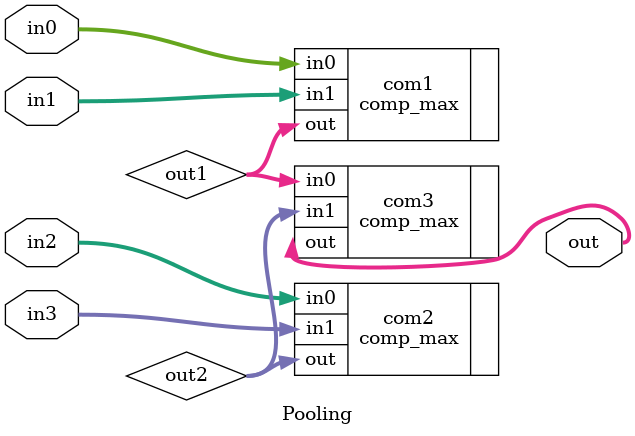
<source format=v>
module Pooling(in0, in1, in2, in3, out);
    input [7 :0] in0, in1, in2, in3;
    output [7 :0] out;
    
    wire [7:0] out1, out2;
    
    comp_max com1(.in0(in0), .in1(in1), .out(out1));
    comp_max com2(.in0(in2), .in1(in3), .out(out2));
    comp_max com3(.in0(out1), .in1(out2), .out(out));
    
endmodule
</source>
